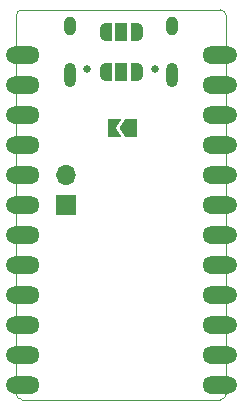
<source format=gbs>
G04 #@! TF.GenerationSoftware,KiCad,Pcbnew,(6.99.0-1912-g359c99991b)*
G04 #@! TF.CreationDate,2023-05-12T11:08:49+07:00*
G04 #@! TF.ProjectId,artemisia,61727465-6d69-4736-9961-2e6b69636164,1*
G04 #@! TF.SameCoordinates,Original*
G04 #@! TF.FileFunction,Soldermask,Bot*
G04 #@! TF.FilePolarity,Negative*
%FSLAX46Y46*%
G04 Gerber Fmt 4.6, Leading zero omitted, Abs format (unit mm)*
G04 Created by KiCad (PCBNEW (6.99.0-1912-g359c99991b)) date 2023-05-12 11:08:49*
%MOMM*%
%LPD*%
G01*
G04 APERTURE LIST*
G04 Aperture macros list*
%AMFreePoly0*
4,1,19,0.550000,-0.750000,0.000000,-0.750000,0.000000,-0.744911,-0.071157,-0.744911,-0.207708,-0.704816,-0.327430,-0.627875,-0.420627,-0.520320,-0.479746,-0.390866,-0.500000,-0.250000,-0.500000,0.250000,-0.479746,0.390866,-0.420627,0.520320,-0.327430,0.627875,-0.207708,0.704816,-0.071157,0.744911,0.000000,0.744911,0.000000,0.750000,0.550000,0.750000,0.550000,-0.750000,0.550000,-0.750000,
$1*%
%AMFreePoly1*
4,1,19,0.000000,0.744911,0.071157,0.744911,0.207708,0.704816,0.327430,0.627875,0.420627,0.520320,0.479746,0.390866,0.500000,0.250000,0.500000,-0.250000,0.479746,-0.390866,0.420627,-0.520320,0.327430,-0.627875,0.207708,-0.704816,0.071157,-0.744911,0.000000,-0.744911,0.000000,-0.750000,-0.550000,-0.750000,-0.550000,0.750000,0.000000,0.750000,0.000000,0.744911,0.000000,0.744911,
$1*%
%AMFreePoly2*
4,1,6,1.000000,0.000000,0.500000,-0.750000,-0.500000,-0.750000,-0.500000,0.750000,0.500000,0.750000,1.000000,0.000000,1.000000,0.000000,$1*%
%AMFreePoly3*
4,1,6,0.500000,-0.750000,-0.650000,-0.750000,-0.150000,0.000000,-0.650000,0.750000,0.500000,0.750000,0.500000,-0.750000,0.500000,-0.750000,$1*%
G04 Aperture macros list end*
%ADD10C,1.500000*%
%ADD11O,2.800000X1.500000*%
%ADD12R,1.700000X1.700000*%
%ADD13O,1.700000X1.700000*%
%ADD14C,0.650000*%
%ADD15O,1.000000X2.100000*%
%ADD16O,1.000000X1.600000*%
%ADD17FreePoly0,180.000000*%
%ADD18R,1.000000X1.500000*%
%ADD19FreePoly1,180.000000*%
%ADD20FreePoly2,180.000000*%
%ADD21FreePoly3,180.000000*%
G04 #@! TA.AperFunction,Profile*
%ADD22C,0.100000*%
G04 #@! TD*
G04 APERTURE END LIST*
D10*
X17910000Y-31740000D03*
D11*
X17209999Y-31739999D03*
D10*
X17910000Y-29200000D03*
D11*
X17209999Y-29199999D03*
D10*
X17910000Y-26660000D03*
D11*
X17209999Y-26659999D03*
D10*
X17910000Y-24120000D03*
D11*
X17209999Y-24119999D03*
D10*
X17910000Y-21580000D03*
D11*
X17209999Y-21579999D03*
D10*
X17910000Y-19040000D03*
D11*
X17209999Y-19039999D03*
D10*
X17910000Y-16500000D03*
D11*
X17209999Y-16499999D03*
D10*
X17910000Y-13960000D03*
D11*
X17209999Y-13959999D03*
D10*
X17910000Y-11420000D03*
D11*
X17209999Y-11419999D03*
D10*
X17910000Y-8880000D03*
D11*
X17209999Y-8879999D03*
D10*
X17910000Y-6340000D03*
D11*
X17209999Y-6339999D03*
D10*
X17910000Y-3800000D03*
D11*
X17209999Y-3799999D03*
D12*
X4199999Y-16499999D03*
D13*
X4199999Y-13959999D03*
D10*
X-130000Y-3800000D03*
D11*
X569999Y-3799999D03*
D10*
X-130000Y-6340000D03*
D11*
X569999Y-6339999D03*
D10*
X-130000Y-8880000D03*
D11*
X569999Y-8879999D03*
D10*
X-130000Y-11420000D03*
D11*
X569999Y-11419999D03*
D10*
X-130000Y-13960000D03*
D11*
X569999Y-13959999D03*
D10*
X-130000Y-16500000D03*
D11*
X569999Y-16499999D03*
D10*
X-130000Y-19040000D03*
D11*
X569999Y-19039999D03*
D10*
X-130000Y-21580000D03*
D11*
X569999Y-21579999D03*
D10*
X-130000Y-24120000D03*
D11*
X569999Y-24119999D03*
D10*
X-130000Y-26660000D03*
D11*
X569999Y-26659999D03*
D10*
X-130000Y-29200000D03*
D11*
X569999Y-29199999D03*
D10*
X-130000Y-31740000D03*
D11*
X569999Y-31739999D03*
D14*
X11780000Y-4980000D03*
X6000000Y-4980000D03*
D15*
X13209999Y-5509999D03*
D16*
X13209999Y-1329999D03*
D15*
X4569999Y-5509999D03*
D16*
X4569999Y-1329999D03*
D17*
X10200000Y-5257500D03*
D18*
X8899999Y-5257499D03*
D19*
X7600000Y-5257500D03*
D17*
X10200000Y-1857500D03*
D18*
X8899999Y-1857499D03*
D19*
X7600000Y-1857500D03*
D20*
X9725000Y-10000000D03*
D21*
X8275000Y-10000000D03*
D22*
X0Y-500000D02*
X0Y-32500000D01*
X17780000Y-500000D02*
G75*
G03*
X17280000Y0I-500000J0D01*
G01*
X0Y-32500000D02*
G75*
G03*
X500000Y-33000000I500000J0D01*
G01*
X500000Y0D02*
G75*
G03*
X0Y-500000I0J-500000D01*
G01*
X17780000Y-500000D02*
X17780000Y-32500000D01*
X500000Y0D02*
X17280000Y0D01*
X500000Y-33000000D02*
X17280000Y-33000000D01*
X17280000Y-33000000D02*
G75*
G03*
X17780000Y-32500000I0J500000D01*
G01*
M02*

</source>
